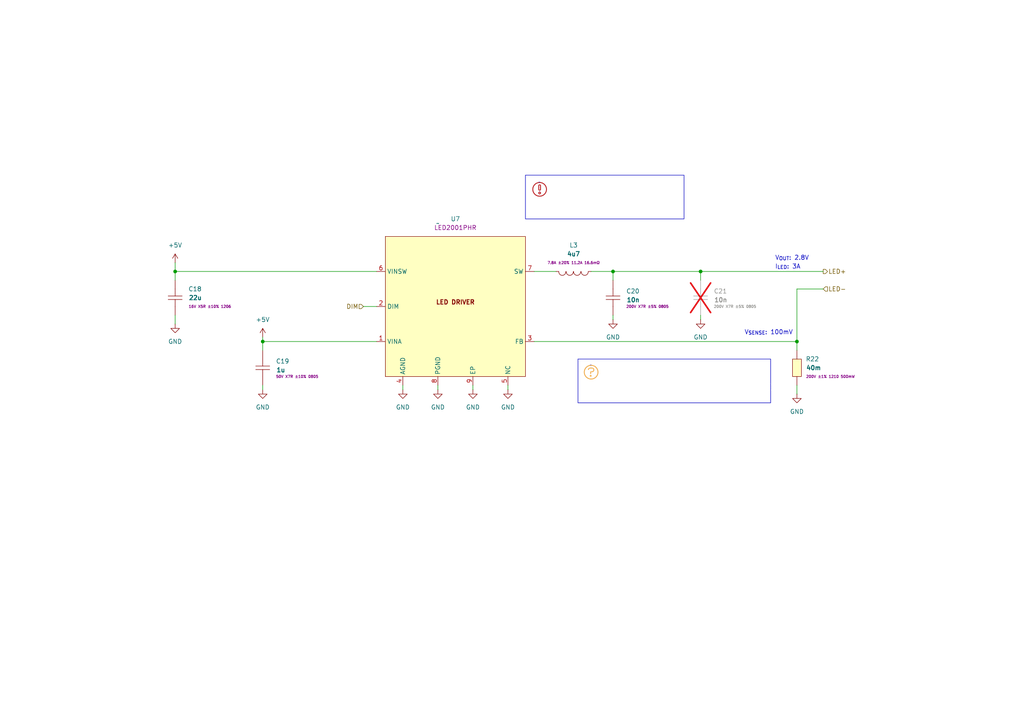
<source format=kicad_sch>
(kicad_sch (version 20231120) (generator "eeschema") (generator_version "8.0")
  (paper "A4")
  (lib_symbols
    (symbol "EASYEDA2KICAD:C_10nF_X7R_0805" (pin_numbers hide) (pin_names hide)
      (property "Reference" "C" (at 0 8.89 0))
      (property "Value" "10n" (at 0 6.35 0))
      (property "Extra Value" "200V X7R ±5% 0805" (at 0 3.81 0))
      (symbol "C_10nF_X7R_0805_0_1"
        (polyline (pts (xy -0.51 -2.03) (xy -0.51 2.03)))
        (polyline (pts (xy -0.51 0) (xy -2.54 0)))
        (polyline (pts (xy 0.51 2.03) (xy 0.51 -2.03)))
        (polyline (pts (xy 2.54 0) (xy 0.51 0)))
      )
      (symbol "C_10nF_X7R_0805_1_1"
        (pin passive line (at -5.08 0 0) (length 2.54) (name "1") (number "1"))
        (pin passive line (at 5.08 0 180) (length 2.54) (name "2") (number "2"))
      )
    )
    (symbol "EASYEDA2KICAD:C_1uF_X7R_0805" (pin_numbers hide) (pin_names hide)
      (property "Reference" "C" (at 0 8.89 0))
      (property "Value" "1u" (at 0 6.35 0))
      (property "Extra Values" "50V X7R ±10% 0805" (at 0 3.81 0))
      (symbol "C_1uF_X7R_0805_0_1"
        (polyline (pts (xy -2.54 0) (xy -0.51 0)))
        (polyline (pts (xy -0.51 2.03) (xy -0.51 -2.03)))
        (polyline (pts (xy 0.51 0) (xy 2.54 0)))
        (polyline (pts (xy 0.51 2.03) (xy 0.51 -2.03)))
      )
      (symbol "C_1uF_X7R_0805_1_1"
        (pin passive line (at -5.08 0 0) (length 2.54) (name "1") (number "1"))
        (pin passive line (at 5.08 0 180) (length 2.54) (name "2") (number "2"))
      )
    )
    (symbol "EASYEDA2KICAD:C_22uF_X5R_1206" (pin_numbers hide) (pin_names hide)
      (property "Reference" "C" (at 0 8.89 0))
      (property "Value" "22u" (at 0 6.35 0))
      (property "Extra Value" "16V X5R ±10% 1206" (at 0 3.81 0))
      (symbol "C_22uF_X5R_1206_0_1"
        (polyline (pts (xy -0.51 -2.03) (xy -0.51 2.03)))
        (polyline (pts (xy -0.51 0) (xy -2.54 0)))
        (polyline (pts (xy 0.51 2.03) (xy 0.51 -2.03)))
        (polyline (pts (xy 2.54 0) (xy 0.51 0)))
      )
      (symbol "C_22uF_X5R_1206_1_1"
        (pin passive line (at -5.08 0 0) (length 2.54) (name "1") (number "1"))
        (pin passive line (at 5.08 0 180) (length 2.54) (name "2") (number "2"))
      )
    )
    (symbol "EASYEDA2KICAD:LED2001PHR"
      (property "Reference" "U" (at 0 25.4 0))
      (property "Description" "LED2001PHR" (at 0 22.86 0))
      (symbol "LED2001PHR_1_1"
        (rectangle (start -20.32 20.32) (end 20.32 -20.32) (fill (type background)))
        (text "LED DRIVER" (at 0 1.27 0) (effects (font (size 1.27 1.27) (bold yes))))
        (pin power_in line (at -22.86 -10.16 0) (length 2.54) (name "VINA") (number "1"))
        (pin input line (at -22.86 0 0) (length 2.54) (name "DIM") (number "2"))
        (pin input line (at 22.86 -10.16 180) (length 2.54) (name "FB") (number "3"))
        (pin power_in line (at -15.24 -22.86 90) (length 2.54) (name "AGND") (number "4"))
        (pin passive line (at 15.24 -22.86 90) (length 2.54) (name "NC") (number "5"))
        (pin power_in line (at -22.86 10.16 0) (length 2.54) (name "VINSW") (number "6"))
        (pin power_out line (at 22.86 10.16 180) (length 2.54) (name "SW") (number "7"))
        (pin power_in line (at -5.08 -22.86 90) (length 2.54) (name "PGND") (number "8"))
        (pin passive line (at 5.08 -22.86 90) (length 2.54) (name "EP") (number "9"))
      )
    )
    (symbol "EASYEDA2KICAD:L_4u7_7.8A_SPM7054VT-4R7M-D" (pin_numbers hide) (pin_names hide)
      (property "Reference" "L" (at 0 7.62 0))
      (property "Value" "4u7" (at 0 5.08 0))
      (property "Extra Value" "7.8A ±20% 11.2A 16.6mΩ" (at 0 2.54 0))
      (symbol "L_4u7_7.8A_SPM7054VT-4R7M-D_0_1"
        (arc (start -4.29 -0.02) (mid -2.81 -1.01) (end -2.27 -0.02))
        (arc (start -2.13 -0.02) (mid -0.66 -1.01) (end -0.11 -0.02))
        (arc (start 0.02 -0.02) (mid 1.49 -1.01) (end 2.04 -0.02))
        (arc (start 2.21 -0.02) (mid 3.68 -1.01) (end 4.23 -0.02))
      )
      (symbol "L_4u7_7.8A_SPM7054VT-4R7M-D_1_1"
        (pin passive line (at -5.08 0 0) (length 0.762) (name "1") (number "1"))
        (pin passive line (at 5.08 0 180) (length 0.762) (name "2") (number "2"))
      )
    )
    (symbol "EASYEDA2KICAD:R_40mOhm_1210_500mW" (pin_numbers hide) (pin_names hide)
      (property "Reference" "R" (at 0 7.62 0))
      (property "Value" "40m" (at 0 5.08 0))
      (property "Extra Values" "200V ±1% 1210 500mW " (at 0 2.54 0))
      (symbol "R_40mOhm_1210_500mW_0_1"
        (rectangle (start -2.54 1.27) (end 2.54 -1.27) (fill (type background)))
      )
      (symbol "R_40mOhm_1210_500mW_1_1"
        (pin passive line (at -5.08 0 0) (length 2.54) (name "1") (number "1"))
        (pin passive line (at 5.08 0 180) (length 2.54) (name "2") (number "2"))
      )
    )
    (symbol "power:+5V" (power) (pin_numbers hide) (pin_names (offset 0) hide)
      (property "Value" "+5V" (at 0 3.556 0))
      (symbol "+5V_0_1"
        (polyline (pts (xy -0.762 1.27) (xy 0 2.54)))
        (polyline (pts (xy 0 0) (xy 0 2.54)))
        (polyline (pts (xy 0 2.54) (xy 0.762 1.27)))
      )
      (symbol "+5V_1_1"
        (pin power_in line (at 0 0 90) (length 0) (name "~") (number "1"))
      )
    )
    (symbol "power:GND" (power) (pin_numbers hide) (pin_names (offset 0) hide)
      (property "Value" "GND" (at 0 -3.81 0))
      (symbol "GND_0_1"
        (polyline (pts (xy 0 0) (xy 0 -1.27) (xy 1.27 -1.27) (xy 0 -2.54) (xy -1.27 -1.27) (xy 0 -1.27)))
      )
      (symbol "GND_1_1"
        (pin power_in line (at 0 0 270) (length 0) (name "~") (number "1"))
      )
    )
  )
  (junction (at 76.2 99.06))
  (junction (at 231.14 99.06))
  (junction (at 203.2 78.74))
  (junction (at 177.8 78.74))
  (junction (at 50.8 78.74))
  (polyline (pts (xy 156.2667 52.8) (xy 156.2667 52.8)) (stroke (width -0.0001) (type solid)))
  (wire (pts (xy 203.2 78.74) (xy 238.76 78.74)))
  (wire (pts (xy 76.2 99.06) (xy 109.22 99.06)))
  (wire (pts (xy 105.41 88.9) (xy 109.22 88.9)))
  (wire (pts (xy 76.2 99.06) (xy 76.2 101.6)))
  (polyline (pts (xy 156.5167 52.8) (xy 156.5167 52.8)) (stroke (width -0.0001) (type solid)))
  (polyline (pts (xy 156.5167 52.8) (xy 156.5167 52.8)) (stroke (width -0.0001) (type solid)))
  (wire (pts (xy 177.8 78.74) (xy 203.2 78.74)))
  (polyline (pts (xy 171.45 105.83) (xy 171.45 105.83)) (stroke (width -0.0001) (type solid)))
  (wire (pts (xy 76.2 113.03) (xy 76.2 111.76)))
  (wire (pts (xy 154.94 99.06) (xy 231.14 99.06)))
  (polyline (pts (xy 156.5167 55.5781) (xy 156.5167 55.5781)) (stroke (width -0.0001) (type solid)))
  (wire (pts (xy 76.2 97.79) (xy 76.2 99.06)))
  (wire (pts (xy 50.8 78.74) (xy 109.22 78.74)))
  (wire (pts (xy 177.8 81.28) (xy 177.8 78.74)))
  (wire (pts (xy 50.8 93.98) (xy 50.8 91.44)))
  (polyline (pts (xy 171.2 105.83) (xy 171.2 105.83)) (stroke (width -0.0001) (type solid)))
  (wire (pts (xy 203.2 81.28) (xy 203.2 78.74)))
  (wire (pts (xy 231.14 83.82) (xy 231.14 99.06)))
  (wire (pts (xy 161.29 78.74) (xy 154.94 78.74)))
  (wire (pts (xy 116.84 111.76) (xy 116.84 113.03)))
  (wire (pts (xy 147.32 113.03) (xy 147.32 111.76)))
  (wire (pts (xy 127 113.03) (xy 127 111.76)))
  (wire (pts (xy 50.8 81.28) (xy 50.8 78.74)))
  (wire (pts (xy 203.2 91.44) (xy 203.2 92.71)))
  (wire (pts (xy 231.14 83.82) (xy 238.76 83.82)))
  (wire (pts (xy 177.8 91.44) (xy 177.8 92.71)))
  (wire (pts (xy 171.45 78.74) (xy 177.8 78.74)))
  (wire (pts (xy 231.14 99.06) (xy 231.14 101.6)))
  (wire (pts (xy 231.14 111.76) (xy 231.14 114.3)))
  (wire (pts (xy 137.16 113.03) (xy 137.16 111.76)))
  (wire (pts (xy 50.8 76.2) (xy 50.8 78.74)))
  (rectangle (start 167.64 104.14) (end 223.52 116.84))
  (polyline (pts (xy 171.3313 108.7408) (xy 171.3447 108.7418) (xy 171.358 108.7435) (xy 171.371 108.7458) (xy 171.3838 108.7487) (xy 171.3964 108.7523) (xy 171.4086 108.7565) (xy 171.4207 108.7612) (xy 171.4324 108.7665) (xy 171.4438 108.7724) (xy 171.4549 108.7787) (xy 171.4656 108.7856) (xy 171.476 108.793) (xy 171.486 108.8008) (xy 171.4956 108.8092) (xy 171.5048 108.8179) (xy 171.5135 108.8271) (xy 171.5218 108.8367) (xy 171.5297 108.8467) (xy 171.5371 108.8571) (xy 171.544 108.8678) (xy 171.5503 108.8789) (xy 171.5562 108.8903) (xy 171.5615 108.902) (xy 171.5662 108.914) (xy 171.5704 108.9263) (xy 171.5739 108.9389) (xy 171.5769 108.9517) (xy 171.5792 108.9647) (xy 171.5809 108.9779) (xy 171.5819 108.9914) (xy 171.5823 109.005) (xy 171.5819 109.0186) (xy 171.5809 109.0321) (xy 171.5792 109.0453) (xy 171.5769 109.0583) (xy 171.5739 109.0711) (xy 171.5704 109.0837) (xy 171.5662 109.096) (xy 171.5615 109.108) (xy 171.5562 109.1197) (xy 171.5503 109.1311) (xy 171.544 109.1422) (xy 171.5371 109.1529) (xy 171.5297 109.1633) (xy 171.5218 109.1733) (xy 171.5135 109.1829) (xy 171.5048 109.1921) (xy 171.4956 109.2008) (xy 171.486 109.2092) (xy 171.476 109.217) (xy 171.4656 109.2244) (xy 171.4549 109.2313) (xy 171.4438 109.2376) (xy 171.4324 109.2435) (xy 171.4207 109.2488) (xy 171.4086 109.2535) (xy 171.3964 109.2577) (xy 171.3838 109.2613) (xy 171.371 109.2642) (xy 171.358 109.2665) (xy 171.3447 109.2682) (xy 171.3313 109.2692) (xy 171.3177 109.2696) (xy 171.3041 109.2692) (xy 171.2906 109.2682) (xy 171.2774 109.2665) (xy 171.2644 109.2642) (xy 171.2516 109.2613) (xy 171.239 109.2577) (xy 171.2267 109.2535) (xy 171.2147 109.2488) (xy 171.203 109.2435) (xy 171.1916 109.2376) (xy 171.1805 109.2313) (xy 171.1697 109.2244) (xy 171.1594 109.217) (xy 171.1494 109.2092) (xy 171.1398 109.2008) (xy 171.1306 109.1921) (xy 171.1218 109.1829) (xy 171.1135 109.1733) (xy 171.1057 109.1633) (xy 171.0983 109.1529) (xy 171.0914 109.1422) (xy 171.085 109.1311) (xy 171.0792 109.1197) (xy 171.0739 109.108) (xy 171.0691 109.096) (xy 171.065 109.0837) (xy 171.0614 109.0711) (xy 171.0585 109.0583) (xy 171.0561 109.0453) (xy 171.0545 109.0321) (xy 171.0534 109.0186) (xy 171.0531 109.005) (xy 171.0534 108.9914) (xy 171.0545 108.9779) (xy 171.0561 108.9647) (xy 171.0585 108.9517) (xy 171.0614 108.9389) (xy 171.065 108.9263) (xy 171.0691 108.914) (xy 171.0739 108.902) (xy 171.0792 108.8903) (xy 171.085 108.8789) (xy 171.0914 108.8678) (xy 171.0983 108.8571) (xy 171.1057 108.8467) (xy 171.1135 108.8367) (xy 171.1218 108.8271) (xy 171.1306 108.8179) (xy 171.1398 108.8092) (xy 171.1494 108.8008) (xy 171.1594 108.793) (xy 171.1697 108.7856) (xy 171.1805 108.7787) (xy 171.1916 108.7724) (xy 171.203 108.7665) (xy 171.2147 108.7612) (xy 171.2267 108.7565) (xy 171.239 108.7523) (xy 171.2516 108.7487) (xy 171.2644 108.7458) (xy 171.2774 108.7435) (xy 171.2906 108.7418) (xy 171.3041 108.7408) (xy 171.3177 108.7404) (xy 171.3313 108.7408)) (stroke (width -0.0001) (type solid)) (fill (type color) (color 240 173 78 1)))
  (polyline (pts (xy 171.7366 106.6241) (xy 171.7586 106.6252) (xy 171.7805 106.627) (xy 171.8022 106.6296) (xy 171.8237 106.6328) (xy 171.845 106.6367) (xy 171.8662 106.6414) (xy 171.8871 106.6466) (xy 171.9079 106.6526) (xy 171.9283 106.6592) (xy 171.9485 106.6665) (xy 171.9685 106.6744) (xy 171.9882 106.683) (xy 172.0075 106.6922) (xy 172.0266 106.702) (xy 172.0453 106.7124) (xy 172.0636 106.7234) (xy 172.0817 106.735) (xy 172.0993 106.7471) (xy 172.1165 106.7599) (xy 172.1334 106.7732) (xy 172.1498 106.7871) (xy 172.1657 106.8015) (xy 172.1813 106.8165) (xy 172.1963 106.832) (xy 172.2109 106.848) (xy 172.225 106.8645) (xy 172.2385 106.8815) (xy 172.2516 106.899) (xy 172.2641 106.917) (xy 172.276 106.9355) (xy 172.2874 106.9545) (xy 172.3082 106.9934) (xy 172.3262 107.0333) (xy 172.3414 107.074) (xy 172.3539 107.1154) (xy 172.3635 107.1574) (xy 172.3705 107.1997) (xy 172.3746 107.2424) (xy 172.376 107.2852) (xy 172.3746 107.328) (xy 172.3705 107.3707) (xy 172.3635 107.4131) (xy 172.3539 107.455) (xy 172.3414 107.4964) (xy 172.3262 107.5372) (xy 172.3082 107.577) (xy 172.2874 107.6159) (xy 172.2641 107.6534) (xy 172.2385 107.6889) (xy 172.2109 107.7225) (xy 172.1813 107.754) (xy 172.1498 107.7833) (xy 172.1165 107.8105) (xy 172.0817 107.8354) (xy 172.0453 107.858) (xy 172.0075 107.8782) (xy 171.9685 107.896) (xy 171.9283 107.9112) (xy 171.8871 107.9238) (xy 171.845 107.9337) (xy 171.8022 107.9408) (xy 171.7586 107.9452) (xy 171.7145 107.9467) (xy 171.45 107.9467) (xy 171.45 108.4758) (xy 171.1854 108.4758) (xy 171.1854 107.9467) (xy 171.1857 107.9335) (xy 171.1867 107.9205) (xy 171.1883 107.9076) (xy 171.1905 107.8948) (xy 171.1934 107.8822) (xy 171.1968 107.8697) (xy 171.2009 107.8575) (xy 171.2055 107.8454) (xy 171.2108 107.8336) (xy 171.2166 107.8221) (xy 171.2229 107.8108) (xy 171.2298 107.7999) (xy 171.2373 107.7893) (xy 171.2453 107.779) (xy 171.2538 107.7691) (xy 171.2629 107.7596) (xy 171.2724 107.7505) (xy 171.2823 107.742) (xy 171.2926 107.734) (xy 171.3032 107.7265) (xy 171.3141 107.7196) (xy 171.3254 107.7133) (xy 171.3369 107.7075) (xy 171.3487 107.7022) (xy 171.3608 107.6976) (xy 171.373 107.6935) (xy 171.3855 107.6901) (xy 171.3981 107.6872) (xy 171.4109 107.685) (xy 171.4238 107.6834) (xy 171.4368 107.6824) (xy 171.45 107.6821) (xy 171.7145 107.6821) (xy 171.7278 107.6819) (xy 171.741 107.6812) (xy 171.7541 107.6801) (xy 171.7671 107.6786) (xy 171.78 107.6767) (xy 171.7928 107.6743) (xy 171.8055 107.6715) (xy 171.8181 107.6683) (xy 171.8305 107.6648) (xy 171.8428 107.6608) (xy 171.8549 107.6564) (xy 171.8669 107.6517) (xy 171.8787 107.6465) (xy 171.8903 107.641) (xy 171.9018 107.6352) (xy 171.913 107.6289) (xy 171.924 107.6223) (xy 171.9348 107.6154) (xy 171.9454 107.608) (xy 171.9557 107.6004) (xy 171.9658 107.5924) (xy 171.9757 107.5841) (xy 171.9853 107.5754) (xy 171.9946 107.5665) (xy 172.0036 107.5572) (xy 172.0124 107.5476) (xy 172.0208 107.5376) (xy 172.0289 107.5274) (xy 172.0368 107.5169) (xy 172.0443 107.5061) (xy 172.0514 107.495) (xy 172.0583 107.4836) (xy 172.0707 107.4603) (xy 172.0815 107.4364) (xy 172.0907 107.4119) (xy 172.0981 107.3871) (xy 172.1039 107.3619) (xy 172.1081 107.3365) (xy 172.1106 107.3109) (xy 172.1114 107.2852) (xy 172.1106 107.2595) (xy 172.1081 107.2339) (xy 172.1039 107.2085) (xy 172.0981 107.1833) (xy 172.0907 107.1585) (xy 172.0815 107.134) (xy 172.0707 107.1101) (xy 172.0583 107.0868) (xy 172.0443 107.0643) (xy 172.0289 107.043) (xy 172.0124 107.0229) (xy 171.9946 107.004) (xy 171.9757 106.9863) (xy 171.9557 106.97) (xy 171.9348 106.9551) (xy 171.913 106.9415) (xy 171.8903 106.9294) (xy 171.8669 106.9187) (xy 171.8428 106.9096) (xy 171.8181 106.9021) (xy 171.7928 106.8961) (xy 171.7671 106.8918) (xy 171.741 106.8892) (xy 171.7145 106.8883) (xy 171.1854 106.8883) (xy 171.1657 106.8888) (xy 171.1462 106.8903) (xy 171.1268 106.8927) (xy 171.1076 106.896) (xy 171.0886 106.9003) (xy 171.07 106.9055) (xy 171.0516 106.9116) (xy 171.0335 106.9185) (xy 171.0158 106.9264) (xy 170.9985 106.9351) (xy 170.9816 106.9446) (xy 170.9652 106.955) (xy 170.9493 106.9662) (xy 170.9339 106.9782) (xy 170.919 106.991) (xy 170.9048 107.0046) (xy 170.8912 107.0188) (xy 170.8784 107.0337) (xy 170.8664 107.0491) (xy 170.8552 107.065) (xy 170.8448 107.0814) (xy 170.8353 107.0983) (xy 170.8266 107.1156) (xy 170.8187 107.1333) (xy 170.8117 107.1514) (xy 170.8057 107.1698) (xy 170.8005 107.1885) (xy 170.7962 107.2074) (xy 170.7929 107.2266) (xy 170.7905 107.246) (xy 170.789 107.2655) (xy 170.7885 107.2852) (xy 170.5239 107.2852) (xy 170.5247 107.2524) (xy 170.5272 107.2198) (xy 170.5312 107.1875) (xy 170.5368 107.1556) (xy 170.5439 107.124) (xy 170.5525 107.0928) (xy 170.5627 107.0622) (xy 170.5743 107.0321) (xy 170.5873 107.0026) (xy 170.6018 106.9737) (xy 170.6178 106.9456) (xy 170.6351 106.9182) (xy 170.6537 106.8917) (xy 170.6737 106.866) (xy 170.695 106.8413) (xy 170.7177 106.8175) (xy 170.7414 106.7949) (xy 170.7662 106.7735) (xy 170.7919 106.7535) (xy 170.8184 106.7349) (xy 170.8458 106.7176) (xy 170.8739 106.7017) (xy 170.9028 106.6872) (xy 170.9323 106.6741) (xy 170.9624 106.6625) (xy 170.993 106.6523) (xy 171.0242 106.6437) (xy 171.0557 106.6366) (xy 171.0877 106.631) (xy 171.12 106.627) (xy 171.1526 106.6246) (xy 171.1854 106.6237) (xy 171.7145 106.6237) (xy 171.7366 106.6241)) (stroke (width -0.0001) (type solid)) (fill (type color) (color 240 173 78 1)))
  (polyline (pts (xy 171.5549 105.8326) (xy 171.6592 105.8404) (xy 171.7625 105.8532) (xy 171.8648 105.871) (xy 171.9659 105.8938) (xy 172.0656 105.9215) (xy 172.1637 105.9539) (xy 172.26 105.9911) (xy 172.3544 106.0329) (xy 172.4467 106.0794) (xy 172.5367 106.1303) (xy 172.6243 106.1856) (xy 172.7093 106.2453) (xy 172.7914 106.3093) (xy 172.8706 106.3776) (xy 172.9467 106.45) (xy 173.0191 106.526) (xy 173.0873 106.6052) (xy 173.1513 106.6874) (xy 173.211 106.7723) (xy 173.2664 106.8599) (xy 173.3173 106.9499) (xy 173.3637 107.0423) (xy 173.4055 107.1367) (xy 173.4427 107.233) (xy 173.4751 107.3311) (xy 173.5028 107.4307) (xy 173.5256 107.5318) (xy 173.5434 107.6341) (xy 173.5563 107.7375) (xy 173.564 107.8417) (xy 173.5666 107.9467) (xy 173.5651 108.0267) (xy 173.5606 108.1061) (xy 173.5532 108.1849) (xy 173.5429 108.2631) (xy 173.5298 108.3404) (xy 173.5138 108.417) (xy 173.4951 108.4926) (xy 173.4737 108.5673) (xy 173.4496 108.641) (xy 173.4229 108.7136) (xy 173.3936 108.785) (xy 173.3617 108.8552) (xy 173.3274 108.9242) (xy 173.2906 108.9918) (xy 173.2515 109.0579) (xy 173.2099 109.1226) (xy 173.166 109.1858) (xy 173.1199 109.2473) (xy 173.0715 109.3071) (xy 173.021 109.3652) (xy 172.9683 109.4215) (xy 172.9135 109.4759) (xy 172.8567 109.5284) (xy 172.7978 109.5788) (xy 172.737 109.6272) (xy 172.6743 109.6734) (xy 172.6097 109.7175) (xy 172.5432 109.7592) (xy 172.475 109.7987) (xy 172.405 109.8357) (xy 172.3333 109.8702) (xy 172.26 109.9022) (xy 172.1104 109.9577) (xy 171.9586 110.0014) (xy 171.8053 110.0334) (xy 171.651 110.0539) (xy 171.4964 110.0629) (xy 171.3422 110.0606) (xy 171.1888 110.0472) (xy 171.037 110.0227) (xy 170.8874 109.9872) (xy 170.7406 109.941) (xy 170.5972 109.884) (xy 170.4578 109.8165) (xy 170.3231 109.7386) (xy 170.1937 109.6503) (xy 170.0702 109.5519) (xy 169.9533 109.4434) (xy 169.8447 109.3264) (xy 169.7463 109.2029) (xy 169.658 109.0735) (xy 169.5801 108.9388) (xy 169.5126 108.7994) (xy 169.4557 108.656) (xy 169.4094 108.5092) (xy 169.374 108.3596) (xy 169.3495 108.2078) (xy 169.336 108.0545) (xy 169.335 107.9873) (xy 169.5983 107.9873) (xy 169.6062 108.1226) (xy 169.6241 108.2576) (xy 169.6521 108.3917) (xy 169.6903 108.5245) (xy 169.7389 108.6554) (xy 169.7971 108.7823) (xy 169.864 108.9033) (xy 169.939 109.0179) (xy 170.0218 109.126) (xy 170.1119 109.2273) (xy 170.2087 109.3213) (xy 170.3119 109.4079) (xy 170.421 109.4866) (xy 170.5355 109.5573) (xy 170.655 109.6195) (xy 170.7789 109.673) (xy 170.9069 109.7174) (xy 171.0385 109.7525) (xy 171.1731 109.778) (xy 171.3105 109.7935) (xy 171.45 109.7987) (xy 171.5418 109.7965) (xy 171.633 109.7897) (xy 171.7235 109.7785) (xy 171.813 109.7628) (xy 171.9014 109.7429) (xy 171.9886 109.7187) (xy 172.0744 109.6903) (xy 172.1587 109.6578) (xy 172.2413 109.6212) (xy 172.3221 109.5806) (xy 172.4009 109.536) (xy 172.4775 109.4876) (xy 172.5518 109.4353) (xy 172.6237 109.3793) (xy 172.693 109.3196) (xy 172.7596 109.2563) (xy 172.8229 109.1897) (xy 172.8826 109.1204) (xy 172.9386 109.0485) (xy 172.9909 108.9742) (xy 173.0393 108.8976) (xy 173.0839 108.8188) (xy 173.1245 108.738) (xy 173.1611 108.6554) (xy 173.1936 108.5711) (xy 173.222 108.4853) (xy 173.2462 108.3981) (xy 173.2661 108.3097) (xy 173.2818 108.2202) (xy 173.293 108.1297) (xy 173.2998 108.0385) (xy 173.302 107.9467) (xy 173.3007 107.8767) (xy 173.2968 107.8072) (xy 173.2903 107.7382) (xy 173.2813 107.6698) (xy 173.2698 107.6021) (xy 173.2558 107.5352) (xy 173.2395 107.469) (xy 173.2207 107.4036) (xy 173.1996 107.3391) (xy 173.1763 107.2756) (xy 173.1506 107.2131) (xy 173.1228 107.1517) (xy 173.0927 107.0913) (xy 173.0606 107.0322) (xy 173.0263 106.9743) (xy 172.9899 106.9177) (xy 172.9515 106.8625) (xy 172.9112 106.8086) (xy 172.8688 106.7563) (xy 172.8246 106.7054) (xy 172.7785 106.6562) (xy 172.7306 106.6086) (xy 172.6808 106.5627) (xy 172.6293 106.5185) (xy 172.5761 106.4762) (xy 172.5212 106.4357) (xy 172.4647 106.3972) (xy 172.4066 106.3607) (xy 172.3469 106.3262) (xy 172.2856 106.2938) (xy 172.2229 106.2636) (xy 172.1587 106.2356) (xy 172.0278 106.187) (xy 171.895 106.1488) (xy 171.7609 106.1208) (xy 171.6259 106.1029) (xy 171.4906 106.095) (xy 171.3556 106.097) (xy 171.2215 106.1087) (xy 171.0886 106.1302) (xy 170.9577 106.1612) (xy 170.8293 106.2017) (xy 170.7038 106.2515) (xy 170.5819 106.3105) (xy 170.464 106.3787) (xy 170.3508 106.456) (xy 170.2427 106.5421) (xy 170.1403 106.637) (xy 170.0454 106.7394) (xy 169.9593 106.8475) (xy 169.882 106.9607) (xy 169.8138 107.0786) (xy 169.7548 107.2005) (xy 169.705 107.326) (xy 169.6645 107.4544) (xy 169.6335 107.5853) (xy 169.612 107.7182) (xy 169.6003 107.8523) (xy 169.5983 107.9873) (xy 169.335 107.9873) (xy 169.3337 107.9002) (xy 169.3428 107.7456) (xy 169.3632 107.5914) (xy 169.3952 107.438) (xy 169.4389 107.2863) (xy 169.4944 107.1367) (xy 169.561 106.9916) (xy 169.6374 106.8534) (xy 169.7232 106.7224) (xy 169.8178 106.5988) (xy 169.9207 106.4831) (xy 170.0314 106.3756) (xy 170.1493 106.2767) (xy 170.274 106.1867) (xy 170.4049 106.106) (xy 170.5414 106.0349) (xy 170.683 105.9737) (xy 170.8293 105.9229) (xy 170.9797 105.8828) (xy 171.1336 105.8537) (xy 171.2905 105.836) (xy 171.45 105.83) (xy 171.5549 105.8326)) (stroke (width -0.0001) (type solid)) (fill (type color) (color 240 173 78 1)))
  (rectangle (start 152.4 50.8) (end 198.4 63.5))
  (polyline (pts (xy 156.5363 53.4619) (xy 156.5559 53.4634) (xy 156.5753 53.4658) (xy 156.5945 53.4692) (xy 156.6134 53.4734) (xy 156.6321 53.4786) (xy 156.6505 53.4847) (xy 156.6685 53.4917) (xy 156.6862 53.4995) (xy 156.7036 53.5082) (xy 156.7204 53.5178) (xy 156.7369 53.5281) (xy 156.7528 53.5393) (xy 156.7682 53.5513) (xy 156.783 53.5641) (xy 156.7973 53.5777) (xy 156.8109 53.592) (xy 156.8237 53.6068) (xy 156.8357 53.6222) (xy 156.8469 53.6381) (xy 156.8572 53.6546) (xy 156.8668 53.6714) (xy 156.8755 53.6888) (xy 156.8833 53.7065) (xy 156.8903 53.7245) (xy 156.8964 53.7429) (xy 156.9016 53.7616) (xy 156.9058 53.7805) (xy 156.9092 53.7997) (xy 156.9116 53.8191) (xy 156.9131 53.8387) (xy 156.9135 53.8583) (xy 156.9135 54.9167) (xy 156.9133 54.9299) (xy 156.9127 54.9431) (xy 156.9116 54.9562) (xy 156.9101 54.9692) (xy 156.9081 54.9822) (xy 156.9058 54.995) (xy 156.903 55.0077) (xy 156.8998 55.0202) (xy 156.8962 55.0326) (xy 156.8922 55.0449) (xy 156.8879 55.0571) (xy 156.8831 55.069) (xy 156.878 55.0808) (xy 156.8725 55.0924) (xy 156.8666 55.1039) (xy 156.8604 55.1151) (xy 156.8538 55.1261) (xy 156.8468 55.1369) (xy 156.8395 55.1475) (xy 156.8319 55.1579) (xy 156.8239 55.168) (xy 156.8155 55.1778) (xy 156.8069 55.1874) (xy 156.7979 55.1967) (xy 156.7886 55.2057) (xy 156.779 55.2145) (xy 156.7691 55.2229) (xy 156.7589 55.2311) (xy 156.7484 55.2389) (xy 156.7376 55.2464) (xy 156.7265 55.2535) (xy 156.7151 55.2604) (xy 156.6918 55.2728) (xy 156.6678 55.2836) (xy 156.6434 55.2928) (xy 156.6186 55.3002) (xy 156.5934 55.3061) (xy 156.5679 55.3102) (xy 156.5423 55.3127) (xy 156.5167 55.3135) (xy 156.491 55.3127) (xy 156.4654 55.3102) (xy 156.44 55.3061) (xy 156.4148 55.3002) (xy 156.3899 55.2928) (xy 156.3655 55.2836) (xy 156.3416 55.2728) (xy 156.3182 55.2604) (xy 156.2958 55.2464) (xy 156.2744 55.2311) (xy 156.2543 55.2145) (xy 156.2354 55.1967) (xy 156.2178 55.1778) (xy 156.2015 55.1579) (xy 156.1865 55.1369) (xy 156.173 55.1151) (xy 156.1608 55.0924) (xy 156.1502 55.069) (xy 156.1411 55.0449) (xy 156.1335 55.0202) (xy 156.1276 54.995) (xy 156.1233 54.9692) (xy 156.1207 54.9431) (xy 156.1198 54.9167) (xy 156.3844 54.9167) (xy 156.3844 54.9211) (xy 156.3847 54.9255) (xy 156.385 54.9299) (xy 156.3855 54.9342) (xy 156.3862 54.9385) (xy 156.387 54.9428) (xy 156.3879 54.947) (xy 156.389 54.9512) (xy 156.3901 54.9553) (xy 156.3915 54.9594) (xy 156.3929 54.9635) (xy 156.3945 54.9675) (xy 156.3962 54.9714) (xy 156.3981 54.9753) (xy 156.4 54.9791) (xy 156.4021 54.9828) (xy 156.4043 54.9865) (xy 156.4066 54.9901) (xy 156.4091 54.9936) (xy 156.4116 54.9971) (xy 156.4143 55.0004) (xy 156.417 55.0037) (xy 156.4199 55.0069) (xy 156.4229 55.01) (xy 156.426 55.013) (xy 156.4292 55.0159) (xy 156.4325 55.0188) (xy 156.4359 55.0215) (xy 156.4394 55.0241) (xy 156.443 55.0266) (xy 156.4467 55.029) (xy 156.4505 55.0312) (xy 156.4583 55.0354) (xy 156.4663 55.039) (xy 156.4744 55.042) (xy 156.4827 55.0445) (xy 156.4911 55.0465) (xy 156.4996 55.0479) (xy 156.5081 55.0487) (xy 156.5167 55.049) (xy 156.5252 55.0487) (xy 156.5338 55.0479) (xy 156.5422 55.0465) (xy 156.5506 55.0445) (xy 156.5589 55.042) (xy 156.5671 55.039) (xy 156.575 55.0354) (xy 156.5828 55.0312) (xy 156.5903 55.0266) (xy 156.5974 55.0215) (xy 156.6041 55.0159) (xy 156.6104 55.01) (xy 156.6163 55.0037) (xy 156.6217 54.9971) (xy 156.6267 54.9901) (xy 156.6312 54.9828) (xy 156.6353 54.9753) (xy 156.6388 54.9675) (xy 156.6419 54.9594) (xy 156.6444 54.9512) (xy 156.6464 54.9428) (xy 156.6478 54.9342) (xy 156.6487 54.9255) (xy 156.649 54.9167) (xy 156.649 53.8583) (xy 156.6489 53.8539) (xy 156.6487 53.8495) (xy 156.6483 53.8451) (xy 156.6478 53.8408) (xy 156.6471 53.8365) (xy 156.6464 53.8322) (xy 156.6454 53.828) (xy 156.6444 53.8238) (xy 156.6432 53.8197) (xy 156.6419 53.8156) (xy 156.6404 53.8115) (xy 156.6388 53.8075) (xy 156.6371 53.8036) (xy 156.6353 53.7997) (xy 156.6333 53.7959) (xy 156.6312 53.7922) (xy 156.629 53.7885) (xy 156.6267 53.7849) (xy 156.6243 53.7814) (xy 156.6217 53.7779) (xy 156.6191 53.7746) (xy 156.6163 53.7713) (xy 156.6134 53.7681) (xy 156.6104 53.765) (xy 156.6073 53.762) (xy 156.6041 53.7591) (xy 156.6008 53.7562) (xy 156.5974 53.7535) (xy 156.5939 53.7509) (xy 156.5903 53.7484) (xy 156.5866 53.746) (xy 156.5828 53.7438) (xy 156.575 53.7396) (xy 156.5671 53.736) (xy 156.5589 53.733) (xy 156.5506 53.7305) (xy 156.5422 53.7285) (xy 156.5338 53.7271) (xy 156.5252 53.7263) (xy 156.5167 53.726) (xy 156.5081 53.7263) (xy 156.4996 53.7271) (xy 156.4911 53.7285) (xy 156.4827 53.7305) (xy 156.4744 53.733) (xy 156.4663 53.736) (xy 156.4583 53.7396) (xy 156.4505 53.7438) (xy 156.443 53.7484) (xy 156.4359 53.7535) (xy 156.4292 53.7591) (xy 156.4229 53.765) (xy 156.417 53.7713) (xy 156.4116 53.7779) (xy 156.4066 53.7849) (xy 156.4021 53.7922) (xy 156.3981 53.7997) (xy 156.3945 53.8075) (xy 156.3915 53.8156) (xy 156.389 53.8238) (xy 156.387 53.8322) (xy 156.3855 53.8408) (xy 156.3847 53.8495) (xy 156.3844 53.8583) (xy 156.3844 54.9167) (xy 156.1198 54.9167) (xy 156.1198 53.8583) (xy 156.1203 53.8387) (xy 156.1217 53.8191) (xy 156.1241 53.7997) (xy 156.1275 53.7805) (xy 156.1318 53.7616) (xy 156.1369 53.7429) (xy 156.143 53.7245) (xy 156.15 53.7065) (xy 156.1578 53.6888) (xy 156.1665 53.6714) (xy 156.1761 53.6546) (xy 156.1865 53.6381) (xy 156.1977 53.6222) (xy 156.2097 53.6068) (xy 156.2225 53.592) (xy 156.236 53.5777) (xy 156.2503 53.5641) (xy 156.2651 53.5513) (xy 156.2806 53.5393) (xy 156.2965 53.5281) (xy 156.3129 53.5178) (xy 156.3298 53.5082) (xy 156.3471 53.4995) (xy 156.3648 53.4917) (xy 156.3829 53.4847) (xy 156.4012 53.4786) (xy 156.4199 53.4734) (xy 156.4389 53.4692) (xy 156.4581 53.4658) (xy 156.4774 53.4634) (xy 156.497 53.4619) (xy 156.5167 53.4615) (xy 156.5363 53.4619)) (stroke (width -0.0001) (type solid)) (fill (type color) (color 187 33 36 1)))
  (polyline (pts (xy 156.6216 52.8026) (xy 156.7259 52.8104) (xy 156.8292 52.8232) (xy 156.9315 52.841) (xy 157.0326 52.8638) (xy 157.1323 52.8915) (xy 157.2304 52.9239) (xy 157.3267 52.9611) (xy 157.4211 53.0029) (xy 157.5134 53.0494) (xy 157.6034 53.1003) (xy 157.691 53.1556) (xy 157.776 53.2153) (xy 157.8581 53.2793) (xy 157.9373 53.3476) (xy 158.0134 53.42) (xy 158.0858 53.496) (xy 158.154 53.5752) (xy 158.218 53.6574) (xy 158.2777 53.7423) (xy 158.3331 53.8299) (xy 158.384 53.9199) (xy 158.4304 54.0123) (xy 158.4722 54.1067) (xy 158.5094 54.203) (xy 158.5418 54.3011) (xy 158.5695 54.4007) (xy 158.5923 54.5018) (xy 158.6101 54.6041) (xy 158.623 54.7075) (xy 158.6307 54.8117) (xy 158.6333 54.9167) (xy 158.6318 54.9967) (xy 158.6273 55.0761) (xy 158.6199 55.1549) (xy 158.6096 55.2331) (xy 158.5965 55.3104) (xy 158.5805 55.387) (xy 158.5618 55.4626) (xy 158.5404 55.5373) (xy 158.5163 55.611) (xy 158.4896 55.6836) (xy 158.4603 55.755) (xy 158.4284 55.8252) (xy 158.3941 55.8942) (xy 158.3573 55.9618) (xy 158.3182 56.0279) (xy 158.2766 56.0926) (xy 158.2327 56.1558) (xy 158.1866 56.2173) (xy 158.1382 56.2771) (xy 158.0877 56.3352) (xy 158.035 56.3915) (xy 157.9802 56.4459) (xy 157.9234 56.4984) (xy 157.8645 56.5488) (xy 157.8037 56.5972) (xy 157.741 56.6434) (xy 157.6764 56.6875) (xy 157.6099 56.7292) (xy 157.5417 56.7687) (xy 157.4717 56.8057) (xy 157.4 56.8402) (xy 157.3267 56.8722) (xy 157.1771 56.9277) (xy 157.0253 56.9714) (xy 156.872 57.0034) (xy 156.7177 57.0239) (xy 156.5631 57.0329) (xy 156.4089 57.0306) (xy 156.2555 57.0172) (xy 156.1037 56.9927) (xy 155.9541 56.9572) (xy 155.8073 56.911) (xy 155.6639 56.854) (xy 155.5245 56.7865) (xy 155.3898 56.7086) (xy 155.2604 56.6203) (xy 155.1369 56.5219) (xy 155.02 56.4134) (xy 154.9114 56.2964) (xy 154.813 56.1729) (xy 154.7247 56.0435) (xy 154.6468 55.9088) (xy 154.5793 55.7694) (xy 154.5224 55.626) (xy 154.4761 55.4792) (xy 154.4407 55.3296) (xy 154.4162 55.1778) (xy 154.4027 55.0245) (xy 154.4017 54.9573) (xy 154.665 54.9573) (xy 154.6729 55.0926) (xy 154.6908 55.2276) (xy 154.7188 55.3617) (xy 154.757 55.4945) (xy 154.8056 55.6254) (xy 154.8638 55.7523) (xy 154.9307 55.8733) (xy 155.0057 55.9879) (xy 155.0885 56.096) (xy 155.1786 56.1973) (xy 155.2754 56.2913) (xy 155.3786 56.3779) (xy 155.4877 56.4566) (xy 155.6022 56.5273) (xy 155.7217 56.5895) (xy 155.8456 56.643) (xy 155.9736 56.6874) (xy 156.1052 56.7225) (xy 156.2398 56.748) (xy 156.3772 56.7635) (xy 156.5167 56.7687) (xy 156.6085 56.7665) (xy 156.6997 56.7597) (xy 156.7902 56.7485) (xy 156.8797 56.7328) (xy 156.9681 56.7129) (xy 157.0553 56.6887) (xy 157.1411 56.6603) (xy 157.2254 56.6278) (xy 157.308 56.5912) (xy 157.3888 56.5506) (xy 157.4676 56.506) (xy 157.5442 56.4576) (xy 157.6185 56.4053) (xy 157.6904 56.3493) (xy 157.7597 56.2896) (xy 157.8263 56.2263) (xy 157.8896 56.1597) (xy 157.9493 56.0904) (xy 158.0053 56.0185) (xy 158.0576 55.9442) (xy 158.106 55.8676) (xy 158.1506 55.7888) (xy 158.1912 55.708) (xy 158.2278 55.6254) (xy 158.2603 55.5411) (xy 158.2887 55.4553) (xy 158.3129 55.3681) (xy 158.3328 55.2797) (xy 158.3485 55.1902) (xy 158.3597 55.0997) (xy 158.3665 55.0085) (xy 158.3687 54.9167) (xy 158.3674 54.8467) (xy 158.3635 54.7772) (xy 158.357 54.7082) (xy 158.348 54.6398) (xy 158.3365 54.5721) (xy 158.3225 54.5052) (xy 158.3062 54.439) (xy 158.2874 54.3736) (xy 158.2663 54.3091) (xy 158.243 54.2456) (xy 158.2173 54.1831) (xy 158.1895 54.1217) (xy 158.1594 54.0613) (xy 158.1273 54.0022) (xy 158.093 53.9443) (xy 158.0566 53.8877) (xy 158.0182 53.8325) (xy 157.9779 53.7786) (xy 157.9355 53.7263) (xy 157.8913 53.6754) (xy 157.8452 53.6262) (xy 157.7973 53.5786) (xy 157.7475 53.5327) (xy 157.696 53.4885) (xy 157.6428 53.4462) (xy 157.5879 53.4057) (xy 157.5314 53.3672) (xy 157.4733 53.3307) (xy 157.4136 53.2962) (xy 157.3523 53.2638) (xy 157.2896 53.2336) (xy 157.2254 53.2056) (xy 157.0945 53.157) (xy 156.9617 53.1188) (xy 156.8276 53.0908) (xy 156.6926 53.0729) (xy 156.5573 53.065) (xy 156.4223 53.067) (xy 156.2882 53.0787) (xy 156.1553 53.1002) (xy 156.0244 53.1312) (xy 155.896 53.1717) (xy 155.7705 53.2215) (xy 155.6486 53.2805) (xy 155.5307 53.3487) (xy 155.4175 53.426) (xy 155.3094 53.5121) (xy 155.207 53.607) (xy 155.1121 53.7094) (xy 155.026 53.8175) (xy 154.9487 53.9307) (xy 154.8805 54.0486) (xy 154.8215 54.1705) (xy 154.7717 54.296) (xy 154.7312 54.4244) (xy 154.7002 54.5553) (xy 154.6787 54.6882) (xy 154.667 54.8223) (xy 154.665 54.9573) (xy 154.4017 54.9573) (xy 154.4004 54.8702) (xy 154.4095 54.7156) (xy 154.4299 54.5614) (xy 154.4619 54.408) (xy 154.5056 54.2563) (xy 154.5611 54.1067) (xy 154.6277 53.9616) (xy 154.7041 53.8234) (xy 154.7899 53.6924) (xy 154.8845 53.5688) (xy 154.9874 53.4531) (xy 155.0981 53.3456) (xy 155.216 53.2467) (xy 155.3407 53.1567) (xy 155.4716 53.076) (xy 155.6081 53.0049) (xy 155.7497 52.9437) (xy 155.896 52.8929) (xy 156.0464 52.8528) (xy 156.2003 52.8237) (xy 156.3572 52.806) (xy 156.5167 52.8) (xy 156.6216 52.8026)) (stroke (width -0.0001) (type solid)) (fill (type color) (color 187 33 36 1)))
  (polyline (pts (xy 156.5317 55.5784) (xy 156.5466 55.5792) (xy 156.5613 55.5806) (xy 156.576 55.5826) (xy 156.5905 55.585) (xy 156.6048 55.588) (xy 156.619 55.5915) (xy 156.633 55.5956) (xy 156.6469 55.6001) (xy 156.6605 55.6051) (xy 156.6739 55.6106) (xy 156.687 55.6165) (xy 156.7 55.623) (xy 156.7126 55.6299) (xy 156.725 55.6372) (xy 156.7372 55.645) (xy 156.749 55.6532) (xy 156.7605 55.6619) (xy 156.7718 55.671) (xy 156.7826 55.6804) (xy 156.7932 55.6903) (xy 156.8034 55.7006) (xy 156.8132 55.7112) (xy 156.8227 55.7223) (xy 156.8318 55.7337) (xy 156.8404 55.7454) (xy 156.8487 55.7576) (xy 156.8565 55.77) (xy 156.8639 55.7828) (xy 156.8709 55.7959) (xy 156.8773 55.8094) (xy 156.8833 55.8231) (xy 156.8937 55.8512) (xy 156.9019 55.8796) (xy 156.9079 55.9084) (xy 156.9118 55.9373) (xy 156.9135 55.9663) (xy 156.913 55.9952) (xy 156.9105 56.024) (xy 156.9059 56.0524) (xy 156.8993 56.0805) (xy 156.8906 56.108) (xy 156.8799 56.1349) (xy 156.8673 56.161) (xy 156.8527 56.1863) (xy 156.8361 56.2105) (xy 156.8176 56.2337) (xy 156.7973 56.2556) (xy 156.7754 56.276) (xy 156.7522 56.2944) (xy 156.7279 56.311) (xy 156.7027 56.3256) (xy 156.6766 56.3383) (xy 156.6497 56.3489) (xy 156.6221 56.3576) (xy 156.5941 56.3642) (xy 156.5656 56.3688) (xy 156.5369 56.3714) (xy 156.508 56.3718) (xy 156.479 56.3701) (xy 156.45 56.3663) (xy 156.4213 56.3603) (xy 156.3928 56.3521) (xy 156.3648 56.3417) (xy 156.3376 56.3292) (xy 156.3117 56.3149) (xy 156.2871 56.2988) (xy 156.2639 56.281) (xy 156.2423 56.2617) (xy 156.2221 56.241) (xy 156.2036 56.2189) (xy 156.1867 56.1955) (xy 156.1715 56.171) (xy 156.1582 56.1454) (xy 156.1467 56.1188) (xy 156.1372 56.0914) (xy 156.1297 56.0632) (xy 156.1242 56.0343) (xy 156.1209 56.0049) (xy 156.1199 55.9779) (xy 156.3844 55.9779) (xy 156.385 55.9876) (xy 156.3862 55.9972) (xy 156.3882 56.0068) (xy 156.391 56.0163) (xy 156.3944 56.0256) (xy 156.3986 56.0347) (xy 156.4034 56.0433) (xy 156.4087 56.0515) (xy 156.4147 56.0592) (xy 156.4211 56.0665) (xy 156.428 56.0732) (xy 156.4354 56.0794) (xy 156.4432 56.085) (xy 156.4513 56.09) (xy 156.4599 56.0945) (xy 156.4687 56.0983) (xy 156.4779 56.1015) (xy 156.4873 56.104) (xy 156.4969 56.1058) (xy 156.5067 56.1069) (xy 156.5167 56.1073) (xy 156.5232 56.1071) (xy 156.5297 56.1066) (xy 156.5362 56.1058) (xy 156.5426 56.1047) (xy 156.5489 56.1033) (xy 156.5551 56.1016) (xy 156.5613 56.0995) (xy 156.5673 56.0972) (xy 156.5732 56.0946) (xy 156.579 56.0917) (xy 156.5846 56.0885) (xy 156.5901 56.0851) (xy 156.5954 56.0813) (xy 156.6005 56.0773) (xy 156.6055 56.0731) (xy 156.6102 56.0685) (xy 156.6147 56.0638) (xy 156.619 56.0588) (xy 156.623 56.0537) (xy 156.6267 56.0484) (xy 156.6302 56.0429) (xy 156.6334 56.0373) (xy 156.6363 56.0315) (xy 156.6389 56.0256) (xy 156.6412 56.0196) (xy 156.6432 56.0135) (xy 156.645 56.0072) (xy 156.6464 56.0009) (xy 156.6475 55.9945) (xy 156.6483 55.9881) (xy 156.6488 55.9816) (xy 156.649 55.975) (xy 156.6489 55.97) (xy 156.6486 55.965) (xy 156.6481 55.9601) (xy 156.6475 55.9552) (xy 156.6467 55.9504) (xy 156.6457 55.9456) (xy 156.6445 55.9409) (xy 156.6431 55.9362) (xy 156.6416 55.9316) (xy 156.64 55.9271) (xy 156.6381 55.9226) (xy 156.6362 55.9182) (xy 156.634 55.9139) (xy 156.6317 55.9097) (xy 156.6293 55.9055) (xy 156.6267 55.9015) (xy 156.6239 55.8976) (xy 156.621 55.8937) (xy 156.618 55.89) (xy 156.6149 55.8863) (xy 156.6116 55.8828) (xy 156.6081 55.8794) (xy 156.6046 55.8761) (xy 156.6009 55.873) (xy 156.5971 55.87) (xy 156.5932 55.8671) (xy 156.5891 55.8643) (xy 156.585 55.8617) (xy 156.5807 55.8593) (xy 156.5764 55.8569) (xy 156.5719 55.8548) (xy 156.5673 55.8528) (xy 156.5579 55.8493) (xy 156.5485 55.8466) (xy 156.5389 55.8446) (xy 156.5292 55.8433) (xy 156.5196 55.8427) (xy 156.5099 55.8429) (xy 156.5003 55.8437) (xy 156.4909 55.8453) (xy 156.4815 55.8475) (xy 156.4723 55.8504) (xy 156.4634 55.8539) (xy 156.4547 55.8581) (xy 156.4462 55.863) (xy 156.4382 55.8685) (xy 156.4304 55.8747) (xy 156.4231 55.8815) (xy 156.4163 55.8888) (xy 156.4102 55.8965) (xy 156.4047 55.9046) (xy 156.3998 55.913) (xy 156.3956 55.9217) (xy 156.392 55.9307) (xy 156.3891 55.9398) (xy 156.3869 55.9492) (xy 156.3854 55.9587) (xy 156.3845 55.9683) (xy 156.3844 55.9779) (xy 156.1199 55.9779) (xy 156.1198 55.975) (xy 156.1198 55.9089) (xy 156.1199 55.9034) (xy 156.1203 55.8979) (xy 156.1209 55.8925) (xy 156.1217 55.8872) (xy 156.1227 55.8818) (xy 156.1239 55.8766) (xy 156.1253 55.8714) (xy 156.127 55.8662) (xy 156.1289 55.8611) (xy 156.1309 55.8561) (xy 156.1332 55.8512) (xy 156.1357 55.8464) (xy 156.1384 55.8417) (xy 156.1412 55.8371) (xy 156.1443 55.8325) (xy 156.1476 55.8282) (xy 156.1598 55.8004) (xy 156.174 55.774) (xy 156.19 55.749) (xy 156.2078 55.7253) (xy 156.2271 55.7032) (xy 156.2479 55.6826) (xy 156.2702 55.6637) (xy 156.2937 55.6464) (xy 156.3184 55.631) (xy 156.3443 55.6173) (xy 156.3711 55.6056) (xy 156.3988 55.5959) (xy 156.4274 55.5882) (xy 156.4566 55.5826) (xy 156.4864 55.5792) (xy 156.5167 55.5781) (xy 156.5317 55.5784)) (stroke (width -0.0001) (type solid)) (fill (type color) (color 187 33 36 1)))
  (text "Caution" (at 175.26 109.64 0) (effects (font (size 3 3)) (justify left)))
  (text "Critical" (at 160.65 56.3 0) (effects (font (size 3 3)) (justify left)))
  (text "V_{OUT}: 2.8V" (at 224.79 74.93 0) (effects (font (size 1.27 1.27)) (justify left)))
  (text "V_{SENSE}: 100mV" (at 215.9 96.52 0) (effects (font (size 1.27 1.27)) (justify left)))
  (text "Follow the PCB layout example carefully." (at 155.15 60.05 0) (effects (font (size 1.5 1.5)) (justify left top)))
  (text "I_{LED}: 3A" (at 224.79 77.47 0) (effects (font (size 1.27 1.27)) (justify left)))
  (text "Note the resistor here is 40mOhm instead of 39mOhm." (at 170.18 112.18 0) (effects (font (size 1.5 1.5)) (justify left top)))
  (hierarchical_label "LED-" (shape input) (at 238.76 83.82 0))
  (hierarchical_label "LED+" (shape output) (at 238.76 78.74 0))
  (hierarchical_label "DIM" (shape input) (at 105.41 88.9 180))
  (symbol (lib_id "EASYEDA2KICAD:L_4u7_7.8A_SPM7054VT-4R7M-D") (at 166.37 78.74 0) (unit 1)
    (property "Reference" "L3" (at 166.37 71.12 0))
    (property "Value" "4u7" (at 166.37 73.66 0) (effects (font (bold yes))))
    (property "Footprint" "EASYEDA2KICAD:IND-SMD_L7.5-W7.0_SPM7054VT-330M-D" (effects (hide yes)))
    (property "Datasheet" "https://jlcpcb.com/partdetail/Tdk-SPM7054VT_4R7MD/C2047699" (effects (hide yes)))
    (property "Description" "SPM7054VT-4R7M-D" (effects (hide yes)))
    (property "LCSC Part" "C2047699" (effects (hide yes)))
    (property "Extra Value" "7.8A ±20% 11.2A 16.6mΩ" (at 166.37 76.2 0) (effects (font (size 0.762 0.762))))
  )
  (symbol (lib_id "power:+5V") (at 50.8 76.2 0) (unit 1)
    (property "Reference" "#PWR080" (effects (hide yes)))
    (property "Value" "+5V" (at 50.8 71.12 0))
    (property "Description" "Power symbol creates a global label with name \"+5V\"" (effects (hide yes)))
  )
  (symbol (lib_id "EASYEDA2KICAD:LED2001PHR") (at 132.08 88.9 0) (unit 1)
    (property "Reference" "U7" (at 132.08 63.5 0))
    (property "Value" "~" (at 127 64.77 0))
    (property "Footprint" "EASYEDA2KICAD:HSOP-8_L5.0-W4.0-P1.27-LS6.2-BL-EP" (effects (hide yes)))
    (property "Datasheet" "https://www.st.com/resource/en/datasheet/led2001.pdf" (effects (hide yes)))
    (property "Description" "LED2001PHR" (at 132.08 66.04 0))
    (property "LCSC Part" "C2678918" (effects (hide yes)))
  )
  (symbol (lib_id "power:GND") (at 177.8 92.71 0) (unit 1)
    (property "Reference" "#PWR088" (effects (hide yes)))
    (property "Value" "GND" (at 177.8 97.79 0))
    (property "Description" "Power symbol creates a global label with name \"GND\" , ground" (effects (hide yes)))
  )
  (symbol (lib_id "power:GND") (at 147.32 113.03 0) (unit 1)
    (property "Reference" "#PWR087" (effects (hide yes)))
    (property "Value" "GND" (at 147.32 118.11 0))
    (property "Description" "Power symbol creates a global label with name \"GND\" , ground" (effects (hide yes)))
  )
  (symbol (lib_id "power:GND") (at 203.2 92.71 0) (unit 1)
    (property "Reference" "#PWR089" (effects (hide yes)))
    (property "Value" "GND" (at 203.2 97.79 0))
    (property "Description" "Power symbol creates a global label with name \"GND\" , ground" (effects (hide yes)))
  )
  (symbol (lib_id "power:+5V") (at 76.2 97.79 0) (unit 1)
    (property "Reference" "#PWR082" (effects (hide yes)))
    (property "Value" "+5V" (at 76.2 92.71 0))
    (property "Description" "Power symbol creates a global label with name \"+5V\"" (effects (hide yes)))
  )
  (symbol (lib_id "power:GND") (at 127 113.03 0) (unit 1)
    (property "Reference" "#PWR085" (effects (hide yes)))
    (property "Value" "GND" (at 127 118.11 0))
    (property "Description" "Power symbol creates a global label with name \"GND\" , ground" (effects (hide yes)))
  )
  (symbol (lib_id "power:GND") (at 116.84 113.03 0) (unit 1)
    (property "Reference" "#PWR084" (effects (hide yes)))
    (property "Value" "GND" (at 116.84 118.11 0))
    (property "Description" "Power symbol creates a global label with name \"GND\" , ground" (effects (hide yes)))
  )
  (symbol (lib_id "power:GND") (at 50.8 93.98 0) (unit 1)
    (property "Reference" "#PWR081" (effects (hide yes)))
    (property "Value" "GND" (at 50.8 99.06 0))
    (property "Description" "Power symbol creates a global label with name \"GND\" , ground" (effects (hide yes)))
  )
  (symbol (lib_id "EASYEDA2KICAD:C_10nF_X7R_0805") (at 203.2 86.36 90) (unit 1) (dnp yes)
    (property "Reference" "C21" (at 207.01 84.4549 90) (effects (justify right)))
    (property "Value" "10n" (at 207.01 86.995 90) (effects (font (bold yes)) (justify right)))
    (property "Footprint" "EASYEDA2KICAD:C1206" (effects (hide yes)))
    (property "Datasheet" "https://lcsc.com/product-detail/Multilayer-Ceramic-Capacitors-MLCC-SMD-SMT_YAGEO-CC1206JRX7RABB103_C527328.html" (effects (hide yes)))
    (property "Description" "Surface mount ceramic multilayer capacitor" (effects (hide yes)))
    (property "LCSC Part" "C527328" (effects (hide yes)))
    (property "Extra Value" "200V X7R ±5% 0805" (at 207.01 88.9 90) (effects (font (size 0.762 0.762)) (justify right)))
  )
  (symbol (lib_id "EASYEDA2KICAD:C_1uF_X7R_0805") (at 76.2 106.68 90) (unit 1)
    (property "Reference" "C19" (at 80.01 104.7749 90) (effects (justify right)))
    (property "Value" "1u" (at 80.01 107.315 90) (effects (font (bold yes)) (justify right)))
    (property "Footprint" "EASYEDA2KICAD:C0805" (effects (hide yes)))
    (property "Datasheet" "https://wmsc.lcsc.com/wmsc/upload/file/pdf/v2/lcsc/2304140030_Samsung-Electro-Mechanics-CL21B105KBFNNNE_C28323.pdf" (effects (hide yes)))
    (property "Description" "Samsung Multilayer Ceramic Capacitors" (effects (hide yes)))
    (property "LCSC Part" "C28323" (effects (hide yes)))
    (property "Extra Values" "50V X7R ±10% 0805" (at 80.01 109.22 90) (effects (font (size 0.762 0.762)) (justify right)))
  )
  (symbol (lib_id "EASYEDA2KICAD:C_10nF_X7R_0805") (at 177.8 86.36 90) (unit 1)
    (property "Reference" "C20" (at 181.61 84.4549 90) (effects (justify right)))
    (property "Value" "10n" (at 181.61 86.995 90) (effects (font (bold yes)) (justify right)))
    (property "Footprint" "EASYEDA2KICAD:C1206" (effects (hide yes)))
    (property "Datasheet" "https://lcsc.com/product-detail/Multilayer-Ceramic-Capacitors-MLCC-SMD-SMT_YAGEO-CC1206JRX7RABB103_C527328.html" (effects (hide yes)))
    (property "Description" "Surface mount ceramic multilayer capacitor" (effects (hide yes)))
    (property "LCSC Part" "C527328" (effects (hide yes)))
    (property "Extra Value" "200V X7R ±5% 0805" (at 181.61 88.9 90) (effects (font (size 0.762 0.762)) (justify right)))
  )
  (symbol (lib_id "power:GND") (at 231.14 114.3 0) (unit 1)
    (property "Reference" "#PWR090" (effects (hide yes)))
    (property "Value" "GND" (at 231.14 119.38 0))
    (property "Description" "Power symbol creates a global label with name \"GND\" , ground" (effects (hide yes)))
  )
  (symbol (lib_id "power:GND") (at 137.16 113.03 0) (unit 1)
    (property "Reference" "#PWR086" (effects (hide yes)))
    (property "Value" "GND" (at 137.16 118.11 0))
    (property "Description" "Power symbol creates a global label with name \"GND\" , ground" (effects (hide yes)))
  )
  (symbol (lib_id "EASYEDA2KICAD:R_40mOhm_1210_500mW") (at 231.14 106.68 90) (unit 1)
    (property "Reference" "R22" (at 233.68 104.1399 90) (effects (justify right)))
    (property "Value" "40m" (at 233.68 106.68 90) (effects (font (bold yes)) (justify right)))
    (property "Footprint" "EASYEDA2KICAD:R1210" (effects (hide yes)))
    (property "Datasheet" "https://jlcpcb.com/partdetail/2902676-1210W2F400MT5E/C2765497" (effects (hide yes)))
    (property "Description" "Low Ohmic chip resistor" (effects (hide yes)))
    (property "LCSC Part" "C2765497" (effects (hide yes)))
    (property "Extra Values" "200V ±1% 1210 500mW " (at 233.68 109.2199 90) (effects (font (size 0.762 0.762) (bold yes)) (justify right)))
  )
  (symbol (lib_id "power:GND") (at 76.2 113.03 0) (unit 1)
    (property "Reference" "#PWR083" (effects (hide yes)))
    (property "Value" "GND" (at 76.2 118.11 0))
    (property "Description" "Power symbol creates a global label with name \"GND\" , ground" (effects (hide yes)))
  )
  (symbol (lib_id "EASYEDA2KICAD:C_22uF_X5R_1206") (at 50.8 86.36 90) (unit 1)
    (property "Reference" "C18" (at 54.61 83.8199 90) (effects (justify right)))
    (property "Value" "22u" (at 54.61 86.36 90) (effects (font (bold yes)) (justify right)))
    (property "Footprint" "EASYEDA2KICAD:C1206" (effects (hide yes)))
    (property "Datasheet" "https://lcsc.com/product-detail/Multilayer-Ceramic-Capacitors-MLCC-SMD-SMT_SAMSUNG_CL31A226KOHNNNE_22uF-226-10-16V_C90146.html" (effects (hide yes)))
    (property "Description" "Multilayer Ceramic Capacitor" (effects (hide yes)))
    (property "LCSC Part" "C90146" (effects (hide yes)))
    (property "Extra Value" "16V X5R ±10% 1206" (at 54.61 88.8999 90) (effects (font (size 0.762 0.762) (bold yes)) (justify right)))
  )
)
</source>
